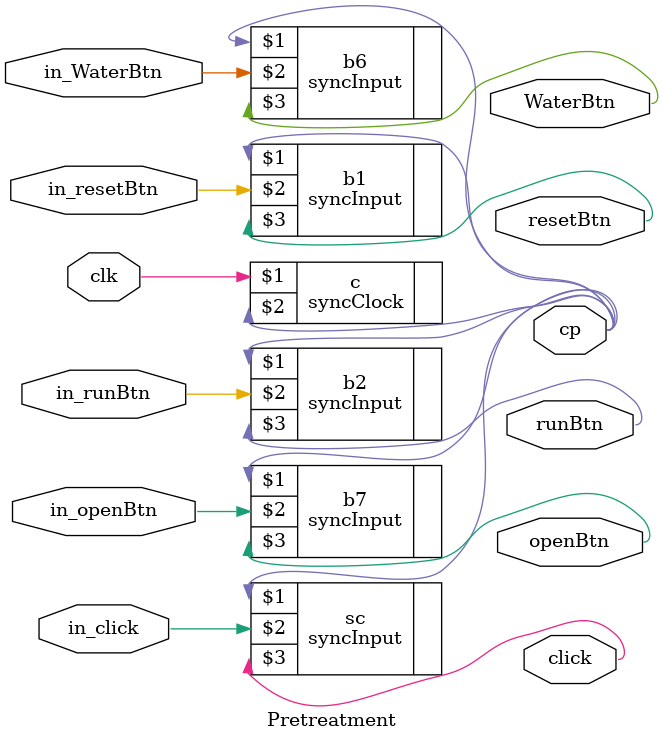
<source format=v>
`timescale 1ns / 1ps
module Pretreatment(
  clk,
  cp,
  in_resetBtn,
  resetBtn,
  in_runBtn,
  runBtn,
  in_WaterBtn,
  WaterBtn,
  in_openBtn,
  openBtn,
  in_click,
  click
);
  input clk;
  output cp;
  input in_resetBtn;
  output resetBtn;
  input in_runBtn;
  output runBtn;
  input in_WaterBtn;
  output WaterBtn;
  input in_openBtn;
  output openBtn;
  input in_click;
  output click;
  
  syncClock c (clk, cp);

  syncInput b1 (cp, in_resetBtn, resetBtn);
  syncInput b2 (cp, in_runBtn, runBtn);
  syncInput b6 (cp, in_WaterBtn, WaterBtn);
  syncInput b7 (cp, in_openBtn, openBtn);
  syncInput sc (cp, in_click, click);
endmodule // Pretreatment
</source>
